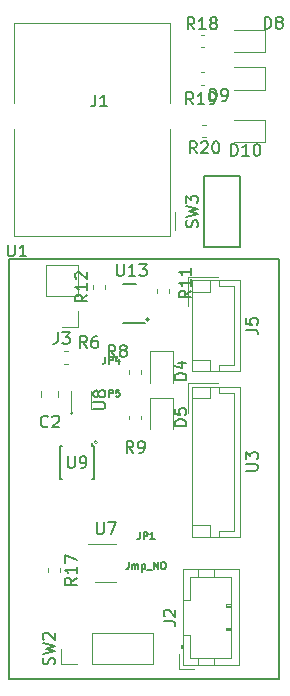
<source format=gbr>
G04 #@! TF.GenerationSoftware,KiCad,Pcbnew,(5.0.1)-rc2*
G04 #@! TF.CreationDate,2019-03-09T00:38:12-07:00*
G04 #@! TF.ProjectId,weatherStation,7765617468657253746174696F6E2E6B,rev?*
G04 #@! TF.SameCoordinates,Original*
G04 #@! TF.FileFunction,Legend,Top*
G04 #@! TF.FilePolarity,Positive*
%FSLAX46Y46*%
G04 Gerber Fmt 4.6, Leading zero omitted, Abs format (unit mm)*
G04 Created by KiCad (PCBNEW (5.0.1)-rc2) date 3/9/2019 12:38:12 AM*
%MOMM*%
%LPD*%
G01*
G04 APERTURE LIST*
%ADD10C,0.120000*%
%ADD11C,0.100000*%
%ADD12C,0.150000*%
%ADD13C,0.127000*%
G04 APERTURE END LIST*
D10*
G04 #@! TO.C,U3*
X113470000Y-83235000D02*
X109450000Y-83235000D01*
X109450000Y-83235000D02*
X109450000Y-95955000D01*
X109450000Y-95955000D02*
X113470000Y-95955000D01*
X113470000Y-95955000D02*
X113470000Y-83235000D01*
X111760000Y-83235000D02*
X111760000Y-83735000D01*
X111760000Y-83735000D02*
X112970000Y-83735000D01*
X112970000Y-83735000D02*
X112970000Y-95455000D01*
X112970000Y-95455000D02*
X111760000Y-95455000D01*
X111760000Y-95455000D02*
X111760000Y-95955000D01*
X110950000Y-83235000D02*
X110950000Y-84235000D01*
X110950000Y-84235000D02*
X109450000Y-84235000D01*
X110950000Y-95955000D02*
X110950000Y-94955000D01*
X110950000Y-94955000D02*
X109450000Y-94955000D01*
X111650000Y-82935000D02*
X109150000Y-82935000D01*
X109150000Y-82935000D02*
X109150000Y-85435000D01*
G04 #@! TO.C,C2*
X98119000Y-84127078D02*
X98119000Y-83609922D01*
X96699000Y-84127078D02*
X96699000Y-83609922D01*
G04 #@! TO.C,D4*
X107827999Y-82915000D02*
X107827999Y-80230000D01*
X107827999Y-80230000D02*
X105907999Y-80230000D01*
X105907999Y-80230000D02*
X105907999Y-82915000D01*
G04 #@! TO.C,D5*
X107827999Y-86852000D02*
X107827999Y-84167000D01*
X107827999Y-84167000D02*
X105907999Y-84167000D01*
X105907999Y-84167000D02*
X105907999Y-86852000D01*
G04 #@! TO.C,D8*
X115652500Y-53015000D02*
X112967500Y-53015000D01*
X115652500Y-54935000D02*
X115652500Y-53015000D01*
X112967500Y-54935000D02*
X115652500Y-54935000D01*
G04 #@! TO.C,D9*
X115652500Y-56190000D02*
X112967500Y-56190000D01*
X115652500Y-58110000D02*
X115652500Y-56190000D01*
X112967500Y-58110000D02*
X115652500Y-58110000D01*
G04 #@! TO.C,D10*
X112967500Y-62555000D02*
X115652500Y-62555000D01*
X115652500Y-62555000D02*
X115652500Y-60635000D01*
X115652500Y-60635000D02*
X112967500Y-60635000D01*
G04 #@! TO.C,J1*
X108040000Y-68445000D02*
X108040000Y-69975000D01*
X107570000Y-61425000D02*
X107570000Y-70445000D01*
D11*
X107570000Y-61495000D02*
X107570000Y-61425000D01*
D10*
X107570000Y-52445000D02*
X107570000Y-59225000D01*
X94370000Y-52445000D02*
X107570000Y-52445000D01*
D11*
X94370000Y-52455000D02*
X94370000Y-52445000D01*
D10*
X94370000Y-52445000D02*
X94370000Y-59225000D01*
D11*
X94370000Y-52565000D02*
X94370000Y-52445000D01*
D10*
X94370000Y-70445000D02*
X94370000Y-61425000D01*
X107570000Y-70445000D02*
X94370000Y-70445000D01*
G04 #@! TO.C,J2*
X108680000Y-106835000D02*
X113400000Y-106835000D01*
X113400000Y-106835000D02*
X113400000Y-98715000D01*
X113400000Y-98715000D02*
X108680000Y-98715000D01*
X108680000Y-98715000D02*
X108680000Y-106835000D01*
X108680000Y-105075000D02*
X108480000Y-105075000D01*
X108480000Y-105075000D02*
X108480000Y-105375000D01*
X108480000Y-105375000D02*
X108680000Y-105375000D01*
X108580000Y-105075000D02*
X108580000Y-105375000D01*
X108680000Y-104275000D02*
X109290000Y-104275000D01*
X109290000Y-104275000D02*
X109290000Y-106225000D01*
X109290000Y-106225000D02*
X112790000Y-106225000D01*
X112790000Y-106225000D02*
X112790000Y-99325000D01*
X112790000Y-99325000D02*
X109290000Y-99325000D01*
X109290000Y-99325000D02*
X109290000Y-101275000D01*
X109290000Y-101275000D02*
X108680000Y-101275000D01*
X109990000Y-106835000D02*
X109990000Y-106225000D01*
X111290000Y-106835000D02*
X111290000Y-106225000D01*
X109990000Y-98715000D02*
X109990000Y-99325000D01*
X111290000Y-98715000D02*
X111290000Y-99325000D01*
X112790000Y-103875000D02*
X112290000Y-103875000D01*
X112290000Y-103875000D02*
X112290000Y-103675000D01*
X112290000Y-103675000D02*
X112790000Y-103675000D01*
X112790000Y-103775000D02*
X112290000Y-103775000D01*
X112790000Y-101875000D02*
X112290000Y-101875000D01*
X112290000Y-101875000D02*
X112290000Y-101675000D01*
X112290000Y-101675000D02*
X112790000Y-101675000D01*
X112790000Y-101775000D02*
X112290000Y-101775000D01*
X108380000Y-105885000D02*
X108380000Y-107135000D01*
X108380000Y-107135000D02*
X109630000Y-107135000D01*
G04 #@! TO.C,J5*
X113470000Y-74225000D02*
X109450000Y-74225000D01*
X109450000Y-74225000D02*
X109450000Y-81945000D01*
X109450000Y-81945000D02*
X113470000Y-81945000D01*
X113470000Y-81945000D02*
X113470000Y-74225000D01*
X111760000Y-74225000D02*
X111760000Y-74725000D01*
X111760000Y-74725000D02*
X112970000Y-74725000D01*
X112970000Y-74725000D02*
X112970000Y-81445000D01*
X112970000Y-81445000D02*
X111760000Y-81445000D01*
X111760000Y-81445000D02*
X111760000Y-81945000D01*
X110950000Y-74225000D02*
X110950000Y-75225000D01*
X110950000Y-75225000D02*
X109450000Y-75225000D01*
X110950000Y-81945000D02*
X110950000Y-80945000D01*
X110950000Y-80945000D02*
X109450000Y-80945000D01*
X111650000Y-73925000D02*
X109150000Y-73925000D01*
X109150000Y-73925000D02*
X109150000Y-76425000D01*
G04 #@! TO.C,R6*
X98968779Y-80262000D02*
X98643221Y-80262000D01*
X98968779Y-81282000D02*
X98643221Y-81282000D01*
G04 #@! TO.C,R17*
X97280000Y-98617721D02*
X97280000Y-98943279D01*
X98300000Y-98617721D02*
X98300000Y-98943279D01*
G04 #@! TO.C,R18*
X110500279Y-54485000D02*
X110174721Y-54485000D01*
X110500279Y-53465000D02*
X110174721Y-53465000D01*
G04 #@! TO.C,R19*
X110174721Y-56640000D02*
X110500279Y-56640000D01*
X110174721Y-57660000D02*
X110500279Y-57660000D01*
G04 #@! TO.C,R20*
X110652779Y-61085000D02*
X110327221Y-61085000D01*
X110652779Y-62105000D02*
X110327221Y-62105000D01*
G04 #@! TO.C,SW2*
X106105000Y-106740000D02*
X106105000Y-104080000D01*
X100965000Y-106740000D02*
X106105000Y-106740000D01*
X100965000Y-104080000D02*
X106105000Y-104080000D01*
X100965000Y-106740000D02*
X100965000Y-104080000D01*
X99695000Y-106740000D02*
X98365000Y-106740000D01*
X98365000Y-106740000D02*
X98365000Y-105410000D01*
D12*
G04 #@! TO.C,SW3*
X110490000Y-65405000D02*
X110490000Y-71405000D01*
X110490000Y-71405000D02*
X113490000Y-71405000D01*
X113490000Y-71405000D02*
X113490000Y-65405000D01*
X113490000Y-65405000D02*
X110490000Y-65405000D01*
D10*
G04 #@! TO.C,U7*
X101251000Y-99781000D02*
X103051000Y-99781000D01*
X103051000Y-96561000D02*
X100601000Y-96561000D01*
G04 #@! TO.C,U8*
X100926000Y-85123000D02*
X100926000Y-83573000D01*
X99226000Y-85273000D02*
X99226000Y-83573000D01*
D12*
X99346711Y-85478000D02*
G75*
G03X99346711Y-85478000I-70711J0D01*
G01*
D11*
G04 #@! TO.C,U9*
X101436421Y-87962000D02*
G75*
G03X101436421Y-87962000I-141421J0D01*
G01*
D12*
X98245000Y-88262000D02*
X98445000Y-88262000D01*
X98245000Y-91062000D02*
X98445000Y-91062000D01*
X101145000Y-91062000D02*
X100945000Y-91062000D01*
X100945000Y-88262000D02*
X100945000Y-88012000D01*
X101145000Y-88262000D02*
X100945000Y-88262000D01*
X98245000Y-91062000D02*
X98245000Y-88262000D01*
X101145000Y-88262000D02*
X101145000Y-91062000D01*
G04 #@! TO.C,U13*
X105490000Y-77825000D02*
X103565000Y-77825000D01*
X104715000Y-74575000D02*
X103565000Y-74575000D01*
X105790000Y-77550000D02*
G75*
G03X105790000Y-77550000I-100000J0D01*
G01*
D10*
G04 #@! TO.C,J3*
X99755000Y-72965000D02*
X97095000Y-72965000D01*
X99755000Y-75565000D02*
X99755000Y-72965000D01*
X97095000Y-75565000D02*
X97095000Y-72965000D01*
X99755000Y-75565000D02*
X97095000Y-75565000D01*
X99755000Y-76835000D02*
X99755000Y-78165000D01*
X99755000Y-78165000D02*
X98425000Y-78165000D01*
G04 #@! TO.C,R8*
X105158000Y-81853721D02*
X105158000Y-82179279D01*
X104138000Y-81853721D02*
X104138000Y-82179279D01*
G04 #@! TO.C,R9*
X104138000Y-85689221D02*
X104138000Y-86014779D01*
X105158000Y-85689221D02*
X105158000Y-86014779D01*
G04 #@! TO.C,R11*
X107494800Y-75270479D02*
X107494800Y-74944921D01*
X106474800Y-75270479D02*
X106474800Y-74944921D01*
G04 #@! TO.C,R12*
X101039200Y-74965679D02*
X101039200Y-74640121D01*
X102059200Y-74965679D02*
X102059200Y-74640121D01*
D12*
G04 #@! TO.C,U1*
X93980000Y-72390000D02*
X93980000Y-107950000D01*
X93980000Y-107950000D02*
X116840000Y-107950000D01*
X116840000Y-107950000D02*
X116840000Y-72390000D01*
X116840000Y-72390000D02*
X93980000Y-72390000D01*
G04 #@! TO.C,U3*
X114012380Y-90356904D02*
X114821904Y-90356904D01*
X114917142Y-90309285D01*
X114964761Y-90261666D01*
X115012380Y-90166428D01*
X115012380Y-89975952D01*
X114964761Y-89880714D01*
X114917142Y-89833095D01*
X114821904Y-89785476D01*
X114012380Y-89785476D01*
X114012380Y-89404523D02*
X114012380Y-88785476D01*
X114393333Y-89118809D01*
X114393333Y-88975952D01*
X114440952Y-88880714D01*
X114488571Y-88833095D01*
X114583809Y-88785476D01*
X114821904Y-88785476D01*
X114917142Y-88833095D01*
X114964761Y-88880714D01*
X115012380Y-88975952D01*
X115012380Y-89261666D01*
X114964761Y-89356904D01*
X114917142Y-89404523D01*
G04 #@! TO.C,C2*
X97242333Y-86590142D02*
X97194714Y-86637761D01*
X97051857Y-86685380D01*
X96956619Y-86685380D01*
X96813761Y-86637761D01*
X96718523Y-86542523D01*
X96670904Y-86447285D01*
X96623285Y-86256809D01*
X96623285Y-86113952D01*
X96670904Y-85923476D01*
X96718523Y-85828238D01*
X96813761Y-85733000D01*
X96956619Y-85685380D01*
X97051857Y-85685380D01*
X97194714Y-85733000D01*
X97242333Y-85780619D01*
X97623285Y-85780619D02*
X97670904Y-85733000D01*
X97766142Y-85685380D01*
X98004238Y-85685380D01*
X98099476Y-85733000D01*
X98147095Y-85780619D01*
X98194714Y-85875857D01*
X98194714Y-85971095D01*
X98147095Y-86113952D01*
X97575666Y-86685380D01*
X98194714Y-86685380D01*
G04 #@! TO.C,D4*
X108970379Y-82653095D02*
X107970379Y-82653095D01*
X107970379Y-82415000D01*
X108017999Y-82272142D01*
X108113237Y-82176904D01*
X108208475Y-82129285D01*
X108398951Y-82081666D01*
X108541808Y-82081666D01*
X108732284Y-82129285D01*
X108827522Y-82176904D01*
X108922760Y-82272142D01*
X108970379Y-82415000D01*
X108970379Y-82653095D01*
X108303713Y-81224523D02*
X108970379Y-81224523D01*
X107922760Y-81462619D02*
X108637046Y-81700714D01*
X108637046Y-81081666D01*
G04 #@! TO.C,D5*
X108970379Y-86590095D02*
X107970379Y-86590095D01*
X107970379Y-86352000D01*
X108017999Y-86209142D01*
X108113237Y-86113904D01*
X108208475Y-86066285D01*
X108398951Y-86018666D01*
X108541808Y-86018666D01*
X108732284Y-86066285D01*
X108827522Y-86113904D01*
X108922760Y-86209142D01*
X108970379Y-86352000D01*
X108970379Y-86590095D01*
X107970379Y-85113904D02*
X107970379Y-85590095D01*
X108446570Y-85637714D01*
X108398951Y-85590095D01*
X108351332Y-85494857D01*
X108351332Y-85256761D01*
X108398951Y-85161523D01*
X108446570Y-85113904D01*
X108541808Y-85066285D01*
X108779903Y-85066285D01*
X108875141Y-85113904D01*
X108922760Y-85161523D01*
X108970379Y-85256761D01*
X108970379Y-85494857D01*
X108922760Y-85590095D01*
X108875141Y-85637714D01*
G04 #@! TO.C,D8*
X115593904Y-52928780D02*
X115593904Y-51928780D01*
X115832000Y-51928780D01*
X115974857Y-51976400D01*
X116070095Y-52071638D01*
X116117714Y-52166876D01*
X116165333Y-52357352D01*
X116165333Y-52500209D01*
X116117714Y-52690685D01*
X116070095Y-52785923D01*
X115974857Y-52881161D01*
X115832000Y-52928780D01*
X115593904Y-52928780D01*
X116736761Y-52357352D02*
X116641523Y-52309733D01*
X116593904Y-52262114D01*
X116546285Y-52166876D01*
X116546285Y-52119257D01*
X116593904Y-52024019D01*
X116641523Y-51976400D01*
X116736761Y-51928780D01*
X116927238Y-51928780D01*
X117022476Y-51976400D01*
X117070095Y-52024019D01*
X117117714Y-52119257D01*
X117117714Y-52166876D01*
X117070095Y-52262114D01*
X117022476Y-52309733D01*
X116927238Y-52357352D01*
X116736761Y-52357352D01*
X116641523Y-52404971D01*
X116593904Y-52452590D01*
X116546285Y-52547828D01*
X116546285Y-52738304D01*
X116593904Y-52833542D01*
X116641523Y-52881161D01*
X116736761Y-52928780D01*
X116927238Y-52928780D01*
X117022476Y-52881161D01*
X117070095Y-52833542D01*
X117117714Y-52738304D01*
X117117714Y-52547828D01*
X117070095Y-52452590D01*
X117022476Y-52404971D01*
X116927238Y-52357352D01*
G04 #@! TO.C,D9*
X110966504Y-59024780D02*
X110966504Y-58024780D01*
X111204600Y-58024780D01*
X111347457Y-58072400D01*
X111442695Y-58167638D01*
X111490314Y-58262876D01*
X111537933Y-58453352D01*
X111537933Y-58596209D01*
X111490314Y-58786685D01*
X111442695Y-58881923D01*
X111347457Y-58977161D01*
X111204600Y-59024780D01*
X110966504Y-59024780D01*
X112014123Y-59024780D02*
X112204600Y-59024780D01*
X112299838Y-58977161D01*
X112347457Y-58929542D01*
X112442695Y-58786685D01*
X112490314Y-58596209D01*
X112490314Y-58215257D01*
X112442695Y-58120019D01*
X112395076Y-58072400D01*
X112299838Y-58024780D01*
X112109361Y-58024780D01*
X112014123Y-58072400D01*
X111966504Y-58120019D01*
X111918885Y-58215257D01*
X111918885Y-58453352D01*
X111966504Y-58548590D01*
X112014123Y-58596209D01*
X112109361Y-58643828D01*
X112299838Y-58643828D01*
X112395076Y-58596209D01*
X112442695Y-58548590D01*
X112490314Y-58453352D01*
G04 #@! TO.C,D10*
X112753214Y-63697380D02*
X112753214Y-62697380D01*
X112991309Y-62697380D01*
X113134166Y-62745000D01*
X113229404Y-62840238D01*
X113277023Y-62935476D01*
X113324642Y-63125952D01*
X113324642Y-63268809D01*
X113277023Y-63459285D01*
X113229404Y-63554523D01*
X113134166Y-63649761D01*
X112991309Y-63697380D01*
X112753214Y-63697380D01*
X114277023Y-63697380D02*
X113705595Y-63697380D01*
X113991309Y-63697380D02*
X113991309Y-62697380D01*
X113896071Y-62840238D01*
X113800833Y-62935476D01*
X113705595Y-62983095D01*
X114896071Y-62697380D02*
X114991309Y-62697380D01*
X115086547Y-62745000D01*
X115134166Y-62792619D01*
X115181785Y-62887857D01*
X115229404Y-63078333D01*
X115229404Y-63316428D01*
X115181785Y-63506904D01*
X115134166Y-63602142D01*
X115086547Y-63649761D01*
X114991309Y-63697380D01*
X114896071Y-63697380D01*
X114800833Y-63649761D01*
X114753214Y-63602142D01*
X114705595Y-63506904D01*
X114657976Y-63316428D01*
X114657976Y-63078333D01*
X114705595Y-62887857D01*
X114753214Y-62792619D01*
X114800833Y-62745000D01*
X114896071Y-62697380D01*
G04 #@! TO.C,J1*
X101266666Y-58507380D02*
X101266666Y-59221666D01*
X101219047Y-59364523D01*
X101123809Y-59459761D01*
X100980952Y-59507380D01*
X100885714Y-59507380D01*
X102266666Y-59507380D02*
X101695238Y-59507380D01*
X101980952Y-59507380D02*
X101980952Y-58507380D01*
X101885714Y-58650238D01*
X101790476Y-58745476D01*
X101695238Y-58793095D01*
G04 #@! TO.C,J2*
X107042380Y-103108333D02*
X107756666Y-103108333D01*
X107899523Y-103155952D01*
X107994761Y-103251190D01*
X108042380Y-103394047D01*
X108042380Y-103489285D01*
X107137619Y-102679761D02*
X107090000Y-102632142D01*
X107042380Y-102536904D01*
X107042380Y-102298809D01*
X107090000Y-102203571D01*
X107137619Y-102155952D01*
X107232857Y-102108333D01*
X107328095Y-102108333D01*
X107470952Y-102155952D01*
X108042380Y-102727380D01*
X108042380Y-102108333D01*
G04 #@! TO.C,J5*
X114012380Y-78418333D02*
X114726666Y-78418333D01*
X114869523Y-78465952D01*
X114964761Y-78561190D01*
X115012380Y-78704047D01*
X115012380Y-78799285D01*
X114012380Y-77465952D02*
X114012380Y-77942142D01*
X114488571Y-77989761D01*
X114440952Y-77942142D01*
X114393333Y-77846904D01*
X114393333Y-77608809D01*
X114440952Y-77513571D01*
X114488571Y-77465952D01*
X114583809Y-77418333D01*
X114821904Y-77418333D01*
X114917142Y-77465952D01*
X114964761Y-77513571D01*
X115012380Y-77608809D01*
X115012380Y-77846904D01*
X114964761Y-77942142D01*
X114917142Y-77989761D01*
G04 #@! TO.C,JP1*
D13*
X105054400Y-95551171D02*
X105054400Y-95986600D01*
X105025371Y-96073685D01*
X104967314Y-96131742D01*
X104880228Y-96160771D01*
X104822171Y-96160771D01*
X105344685Y-96160771D02*
X105344685Y-95551171D01*
X105576914Y-95551171D01*
X105634971Y-95580200D01*
X105664000Y-95609228D01*
X105693028Y-95667285D01*
X105693028Y-95754371D01*
X105664000Y-95812428D01*
X105634971Y-95841457D01*
X105576914Y-95870485D01*
X105344685Y-95870485D01*
X106273600Y-96160771D02*
X105925257Y-96160771D01*
X106099428Y-96160771D02*
X106099428Y-95551171D01*
X106041371Y-95638257D01*
X105983314Y-95696314D01*
X105925257Y-95725342D01*
X104096457Y-98091171D02*
X104096457Y-98526600D01*
X104067428Y-98613685D01*
X104009371Y-98671742D01*
X103922285Y-98700771D01*
X103864228Y-98700771D01*
X104386742Y-98700771D02*
X104386742Y-98294371D01*
X104386742Y-98352428D02*
X104415771Y-98323400D01*
X104473828Y-98294371D01*
X104560914Y-98294371D01*
X104618971Y-98323400D01*
X104648000Y-98381457D01*
X104648000Y-98700771D01*
X104648000Y-98381457D02*
X104677028Y-98323400D01*
X104735085Y-98294371D01*
X104822171Y-98294371D01*
X104880228Y-98323400D01*
X104909257Y-98381457D01*
X104909257Y-98700771D01*
X105199542Y-98294371D02*
X105199542Y-98903971D01*
X105199542Y-98323400D02*
X105257600Y-98294371D01*
X105373714Y-98294371D01*
X105431771Y-98323400D01*
X105460800Y-98352428D01*
X105489828Y-98410485D01*
X105489828Y-98584657D01*
X105460800Y-98642714D01*
X105431771Y-98671742D01*
X105373714Y-98700771D01*
X105257600Y-98700771D01*
X105199542Y-98671742D01*
X105605942Y-98758828D02*
X106070400Y-98758828D01*
X106215542Y-98700771D02*
X106215542Y-98091171D01*
X106563885Y-98700771D01*
X106563885Y-98091171D01*
X106970285Y-98091171D02*
X107086400Y-98091171D01*
X107144457Y-98120200D01*
X107202514Y-98178257D01*
X107231542Y-98294371D01*
X107231542Y-98497571D01*
X107202514Y-98613685D01*
X107144457Y-98671742D01*
X107086400Y-98700771D01*
X106970285Y-98700771D01*
X106912228Y-98671742D01*
X106854171Y-98613685D01*
X106825142Y-98497571D01*
X106825142Y-98294371D01*
X106854171Y-98178257D01*
X106912228Y-98120200D01*
X106970285Y-98091171D01*
G04 #@! TO.C,R6*
D12*
X100544333Y-79954380D02*
X100211000Y-79478190D01*
X99972904Y-79954380D02*
X99972904Y-78954380D01*
X100353857Y-78954380D01*
X100449095Y-79002000D01*
X100496714Y-79049619D01*
X100544333Y-79144857D01*
X100544333Y-79287714D01*
X100496714Y-79382952D01*
X100449095Y-79430571D01*
X100353857Y-79478190D01*
X99972904Y-79478190D01*
X101401476Y-78954380D02*
X101211000Y-78954380D01*
X101115761Y-79002000D01*
X101068142Y-79049619D01*
X100972904Y-79192476D01*
X100925285Y-79382952D01*
X100925285Y-79763904D01*
X100972904Y-79859142D01*
X101020523Y-79906761D01*
X101115761Y-79954380D01*
X101306238Y-79954380D01*
X101401476Y-79906761D01*
X101449095Y-79859142D01*
X101496714Y-79763904D01*
X101496714Y-79525809D01*
X101449095Y-79430571D01*
X101401476Y-79382952D01*
X101306238Y-79335333D01*
X101115761Y-79335333D01*
X101020523Y-79382952D01*
X100972904Y-79430571D01*
X100925285Y-79525809D01*
G04 #@! TO.C,R17*
X99672380Y-99423357D02*
X99196190Y-99756690D01*
X99672380Y-99994785D02*
X98672380Y-99994785D01*
X98672380Y-99613833D01*
X98720000Y-99518595D01*
X98767619Y-99470976D01*
X98862857Y-99423357D01*
X99005714Y-99423357D01*
X99100952Y-99470976D01*
X99148571Y-99518595D01*
X99196190Y-99613833D01*
X99196190Y-99994785D01*
X99672380Y-98470976D02*
X99672380Y-99042404D01*
X99672380Y-98756690D02*
X98672380Y-98756690D01*
X98815238Y-98851928D01*
X98910476Y-98947166D01*
X98958095Y-99042404D01*
X98672380Y-98137642D02*
X98672380Y-97470976D01*
X99672380Y-97899547D01*
G04 #@! TO.C,R18*
X109643942Y-52979580D02*
X109310609Y-52503390D01*
X109072514Y-52979580D02*
X109072514Y-51979580D01*
X109453466Y-51979580D01*
X109548704Y-52027200D01*
X109596323Y-52074819D01*
X109643942Y-52170057D01*
X109643942Y-52312914D01*
X109596323Y-52408152D01*
X109548704Y-52455771D01*
X109453466Y-52503390D01*
X109072514Y-52503390D01*
X110596323Y-52979580D02*
X110024895Y-52979580D01*
X110310609Y-52979580D02*
X110310609Y-51979580D01*
X110215371Y-52122438D01*
X110120133Y-52217676D01*
X110024895Y-52265295D01*
X111167752Y-52408152D02*
X111072514Y-52360533D01*
X111024895Y-52312914D01*
X110977276Y-52217676D01*
X110977276Y-52170057D01*
X111024895Y-52074819D01*
X111072514Y-52027200D01*
X111167752Y-51979580D01*
X111358228Y-51979580D01*
X111453466Y-52027200D01*
X111501085Y-52074819D01*
X111548704Y-52170057D01*
X111548704Y-52217676D01*
X111501085Y-52312914D01*
X111453466Y-52360533D01*
X111358228Y-52408152D01*
X111167752Y-52408152D01*
X111072514Y-52455771D01*
X111024895Y-52503390D01*
X110977276Y-52598628D01*
X110977276Y-52789104D01*
X111024895Y-52884342D01*
X111072514Y-52931961D01*
X111167752Y-52979580D01*
X111358228Y-52979580D01*
X111453466Y-52931961D01*
X111501085Y-52884342D01*
X111548704Y-52789104D01*
X111548704Y-52598628D01*
X111501085Y-52503390D01*
X111453466Y-52455771D01*
X111358228Y-52408152D01*
G04 #@! TO.C,R19*
X109542342Y-59329580D02*
X109209009Y-58853390D01*
X108970914Y-59329580D02*
X108970914Y-58329580D01*
X109351866Y-58329580D01*
X109447104Y-58377200D01*
X109494723Y-58424819D01*
X109542342Y-58520057D01*
X109542342Y-58662914D01*
X109494723Y-58758152D01*
X109447104Y-58805771D01*
X109351866Y-58853390D01*
X108970914Y-58853390D01*
X110494723Y-59329580D02*
X109923295Y-59329580D01*
X110209009Y-59329580D02*
X110209009Y-58329580D01*
X110113771Y-58472438D01*
X110018533Y-58567676D01*
X109923295Y-58615295D01*
X110970914Y-59329580D02*
X111161390Y-59329580D01*
X111256628Y-59281961D01*
X111304247Y-59234342D01*
X111399485Y-59091485D01*
X111447104Y-58901009D01*
X111447104Y-58520057D01*
X111399485Y-58424819D01*
X111351866Y-58377200D01*
X111256628Y-58329580D01*
X111066152Y-58329580D01*
X110970914Y-58377200D01*
X110923295Y-58424819D01*
X110875676Y-58520057D01*
X110875676Y-58758152D01*
X110923295Y-58853390D01*
X110970914Y-58901009D01*
X111066152Y-58948628D01*
X111256628Y-58948628D01*
X111351866Y-58901009D01*
X111399485Y-58853390D01*
X111447104Y-58758152D01*
G04 #@! TO.C,R20*
X109847142Y-63477380D02*
X109513809Y-63001190D01*
X109275714Y-63477380D02*
X109275714Y-62477380D01*
X109656666Y-62477380D01*
X109751904Y-62525000D01*
X109799523Y-62572619D01*
X109847142Y-62667857D01*
X109847142Y-62810714D01*
X109799523Y-62905952D01*
X109751904Y-62953571D01*
X109656666Y-63001190D01*
X109275714Y-63001190D01*
X110228095Y-62572619D02*
X110275714Y-62525000D01*
X110370952Y-62477380D01*
X110609047Y-62477380D01*
X110704285Y-62525000D01*
X110751904Y-62572619D01*
X110799523Y-62667857D01*
X110799523Y-62763095D01*
X110751904Y-62905952D01*
X110180476Y-63477380D01*
X110799523Y-63477380D01*
X111418571Y-62477380D02*
X111513809Y-62477380D01*
X111609047Y-62525000D01*
X111656666Y-62572619D01*
X111704285Y-62667857D01*
X111751904Y-62858333D01*
X111751904Y-63096428D01*
X111704285Y-63286904D01*
X111656666Y-63382142D01*
X111609047Y-63429761D01*
X111513809Y-63477380D01*
X111418571Y-63477380D01*
X111323333Y-63429761D01*
X111275714Y-63382142D01*
X111228095Y-63286904D01*
X111180476Y-63096428D01*
X111180476Y-62858333D01*
X111228095Y-62667857D01*
X111275714Y-62572619D01*
X111323333Y-62525000D01*
X111418571Y-62477380D01*
G04 #@! TO.C,SW2*
X97769761Y-106743333D02*
X97817380Y-106600476D01*
X97817380Y-106362380D01*
X97769761Y-106267142D01*
X97722142Y-106219523D01*
X97626904Y-106171904D01*
X97531666Y-106171904D01*
X97436428Y-106219523D01*
X97388809Y-106267142D01*
X97341190Y-106362380D01*
X97293571Y-106552857D01*
X97245952Y-106648095D01*
X97198333Y-106695714D01*
X97103095Y-106743333D01*
X97007857Y-106743333D01*
X96912619Y-106695714D01*
X96865000Y-106648095D01*
X96817380Y-106552857D01*
X96817380Y-106314761D01*
X96865000Y-106171904D01*
X96817380Y-105838571D02*
X97817380Y-105600476D01*
X97103095Y-105410000D01*
X97817380Y-105219523D01*
X96817380Y-104981428D01*
X96912619Y-104648095D02*
X96865000Y-104600476D01*
X96817380Y-104505238D01*
X96817380Y-104267142D01*
X96865000Y-104171904D01*
X96912619Y-104124285D01*
X97007857Y-104076666D01*
X97103095Y-104076666D01*
X97245952Y-104124285D01*
X97817380Y-104695714D01*
X97817380Y-104076666D01*
G04 #@! TO.C,SW3*
X109894761Y-69738333D02*
X109942380Y-69595476D01*
X109942380Y-69357380D01*
X109894761Y-69262142D01*
X109847142Y-69214523D01*
X109751904Y-69166904D01*
X109656666Y-69166904D01*
X109561428Y-69214523D01*
X109513809Y-69262142D01*
X109466190Y-69357380D01*
X109418571Y-69547857D01*
X109370952Y-69643095D01*
X109323333Y-69690714D01*
X109228095Y-69738333D01*
X109132857Y-69738333D01*
X109037619Y-69690714D01*
X108990000Y-69643095D01*
X108942380Y-69547857D01*
X108942380Y-69309761D01*
X108990000Y-69166904D01*
X108942380Y-68833571D02*
X109942380Y-68595476D01*
X109228095Y-68405000D01*
X109942380Y-68214523D01*
X108942380Y-67976428D01*
X108942380Y-67690714D02*
X108942380Y-67071666D01*
X109323333Y-67405000D01*
X109323333Y-67262142D01*
X109370952Y-67166904D01*
X109418571Y-67119285D01*
X109513809Y-67071666D01*
X109751904Y-67071666D01*
X109847142Y-67119285D01*
X109894761Y-67166904D01*
X109942380Y-67262142D01*
X109942380Y-67547857D01*
X109894761Y-67643095D01*
X109847142Y-67690714D01*
G04 #@! TO.C,U7*
X101389095Y-94723380D02*
X101389095Y-95532904D01*
X101436714Y-95628142D01*
X101484333Y-95675761D01*
X101579571Y-95723380D01*
X101770047Y-95723380D01*
X101865285Y-95675761D01*
X101912904Y-95628142D01*
X101960523Y-95532904D01*
X101960523Y-94723380D01*
X102341476Y-94723380D02*
X103008142Y-94723380D01*
X102579571Y-95723380D01*
G04 #@! TO.C,U8*
X101098100Y-85128004D02*
X101907624Y-85128004D01*
X102002862Y-85080385D01*
X102050481Y-85032766D01*
X102098100Y-84937528D01*
X102098100Y-84747052D01*
X102050481Y-84651814D01*
X102002862Y-84604195D01*
X101907624Y-84556576D01*
X101098100Y-84556576D01*
X101526672Y-83937528D02*
X101479053Y-84032766D01*
X101431434Y-84080385D01*
X101336196Y-84128004D01*
X101288577Y-84128004D01*
X101193339Y-84080385D01*
X101145720Y-84032766D01*
X101098100Y-83937528D01*
X101098100Y-83747052D01*
X101145720Y-83651814D01*
X101193339Y-83604195D01*
X101288577Y-83556576D01*
X101336196Y-83556576D01*
X101431434Y-83604195D01*
X101479053Y-83651814D01*
X101526672Y-83747052D01*
X101526672Y-83937528D01*
X101574291Y-84032766D01*
X101621910Y-84080385D01*
X101717148Y-84128004D01*
X101907624Y-84128004D01*
X102002862Y-84080385D01*
X102050481Y-84032766D01*
X102098100Y-83937528D01*
X102098100Y-83747052D01*
X102050481Y-83651814D01*
X102002862Y-83604195D01*
X101907624Y-83556576D01*
X101717148Y-83556576D01*
X101621910Y-83604195D01*
X101574291Y-83651814D01*
X101526672Y-83747052D01*
G04 #@! TO.C,U9*
X98933095Y-89114380D02*
X98933095Y-89923904D01*
X98980714Y-90019142D01*
X99028333Y-90066761D01*
X99123571Y-90114380D01*
X99314047Y-90114380D01*
X99409285Y-90066761D01*
X99456904Y-90019142D01*
X99504523Y-89923904D01*
X99504523Y-89114380D01*
X100028333Y-90114380D02*
X100218809Y-90114380D01*
X100314047Y-90066761D01*
X100361666Y-90019142D01*
X100456904Y-89876285D01*
X100504523Y-89685809D01*
X100504523Y-89304857D01*
X100456904Y-89209619D01*
X100409285Y-89162000D01*
X100314047Y-89114380D01*
X100123571Y-89114380D01*
X100028333Y-89162000D01*
X99980714Y-89209619D01*
X99933095Y-89304857D01*
X99933095Y-89542952D01*
X99980714Y-89638190D01*
X100028333Y-89685809D01*
X100123571Y-89733428D01*
X100314047Y-89733428D01*
X100409285Y-89685809D01*
X100456904Y-89638190D01*
X100504523Y-89542952D01*
G04 #@! TO.C,U13*
X103089864Y-72863360D02*
X103089864Y-73672884D01*
X103137483Y-73768122D01*
X103185102Y-73815741D01*
X103280340Y-73863360D01*
X103470817Y-73863360D01*
X103566055Y-73815741D01*
X103613674Y-73768122D01*
X103661293Y-73672884D01*
X103661293Y-72863360D01*
X104661293Y-73863360D02*
X104089864Y-73863360D01*
X104375579Y-73863360D02*
X104375579Y-72863360D01*
X104280340Y-73006218D01*
X104185102Y-73101456D01*
X104089864Y-73149075D01*
X104994626Y-72863360D02*
X105613674Y-72863360D01*
X105280340Y-73244313D01*
X105423198Y-73244313D01*
X105518436Y-73291932D01*
X105566055Y-73339551D01*
X105613674Y-73434789D01*
X105613674Y-73672884D01*
X105566055Y-73768122D01*
X105518436Y-73815741D01*
X105423198Y-73863360D01*
X105137483Y-73863360D01*
X105042245Y-73815741D01*
X104994626Y-73768122D01*
G04 #@! TO.C,J3*
X98091666Y-78617380D02*
X98091666Y-79331666D01*
X98044047Y-79474523D01*
X97948809Y-79569761D01*
X97805952Y-79617380D01*
X97710714Y-79617380D01*
X98472619Y-78617380D02*
X99091666Y-78617380D01*
X98758333Y-78998333D01*
X98901190Y-78998333D01*
X98996428Y-79045952D01*
X99044047Y-79093571D01*
X99091666Y-79188809D01*
X99091666Y-79426904D01*
X99044047Y-79522142D01*
X98996428Y-79569761D01*
X98901190Y-79617380D01*
X98615476Y-79617380D01*
X98520238Y-79569761D01*
X98472619Y-79522142D01*
G04 #@! TO.C,R8*
X102957333Y-80716380D02*
X102624000Y-80240190D01*
X102385904Y-80716380D02*
X102385904Y-79716380D01*
X102766857Y-79716380D01*
X102862095Y-79764000D01*
X102909714Y-79811619D01*
X102957333Y-79906857D01*
X102957333Y-80049714D01*
X102909714Y-80144952D01*
X102862095Y-80192571D01*
X102766857Y-80240190D01*
X102385904Y-80240190D01*
X103528761Y-80144952D02*
X103433523Y-80097333D01*
X103385904Y-80049714D01*
X103338285Y-79954476D01*
X103338285Y-79906857D01*
X103385904Y-79811619D01*
X103433523Y-79764000D01*
X103528761Y-79716380D01*
X103719238Y-79716380D01*
X103814476Y-79764000D01*
X103862095Y-79811619D01*
X103909714Y-79906857D01*
X103909714Y-79954476D01*
X103862095Y-80049714D01*
X103814476Y-80097333D01*
X103719238Y-80144952D01*
X103528761Y-80144952D01*
X103433523Y-80192571D01*
X103385904Y-80240190D01*
X103338285Y-80335428D01*
X103338285Y-80525904D01*
X103385904Y-80621142D01*
X103433523Y-80668761D01*
X103528761Y-80716380D01*
X103719238Y-80716380D01*
X103814476Y-80668761D01*
X103862095Y-80621142D01*
X103909714Y-80525904D01*
X103909714Y-80335428D01*
X103862095Y-80240190D01*
X103814476Y-80192571D01*
X103719238Y-80144952D01*
G04 #@! TO.C,R9*
X104481333Y-88844380D02*
X104148000Y-88368190D01*
X103909904Y-88844380D02*
X103909904Y-87844380D01*
X104290857Y-87844380D01*
X104386095Y-87892000D01*
X104433714Y-87939619D01*
X104481333Y-88034857D01*
X104481333Y-88177714D01*
X104433714Y-88272952D01*
X104386095Y-88320571D01*
X104290857Y-88368190D01*
X103909904Y-88368190D01*
X104957523Y-88844380D02*
X105148000Y-88844380D01*
X105243238Y-88796761D01*
X105290857Y-88749142D01*
X105386095Y-88606285D01*
X105433714Y-88415809D01*
X105433714Y-88034857D01*
X105386095Y-87939619D01*
X105338476Y-87892000D01*
X105243238Y-87844380D01*
X105052761Y-87844380D01*
X104957523Y-87892000D01*
X104909904Y-87939619D01*
X104862285Y-88034857D01*
X104862285Y-88272952D01*
X104909904Y-88368190D01*
X104957523Y-88415809D01*
X105052761Y-88463428D01*
X105243238Y-88463428D01*
X105338476Y-88415809D01*
X105386095Y-88368190D01*
X105433714Y-88272952D01*
G04 #@! TO.C,R11*
X109342180Y-75115557D02*
X108865990Y-75448890D01*
X109342180Y-75686985D02*
X108342180Y-75686985D01*
X108342180Y-75306033D01*
X108389800Y-75210795D01*
X108437419Y-75163176D01*
X108532657Y-75115557D01*
X108675514Y-75115557D01*
X108770752Y-75163176D01*
X108818371Y-75210795D01*
X108865990Y-75306033D01*
X108865990Y-75686985D01*
X109342180Y-74163176D02*
X109342180Y-74734604D01*
X109342180Y-74448890D02*
X108342180Y-74448890D01*
X108485038Y-74544128D01*
X108580276Y-74639366D01*
X108627895Y-74734604D01*
X109342180Y-73210795D02*
X109342180Y-73782223D01*
X109342180Y-73496509D02*
X108342180Y-73496509D01*
X108485038Y-73591747D01*
X108580276Y-73686985D01*
X108627895Y-73782223D01*
G04 #@! TO.C,R12*
X100571580Y-75445757D02*
X100095390Y-75779090D01*
X100571580Y-76017185D02*
X99571580Y-76017185D01*
X99571580Y-75636233D01*
X99619200Y-75540995D01*
X99666819Y-75493376D01*
X99762057Y-75445757D01*
X99904914Y-75445757D01*
X100000152Y-75493376D01*
X100047771Y-75540995D01*
X100095390Y-75636233D01*
X100095390Y-76017185D01*
X100571580Y-74493376D02*
X100571580Y-75064804D01*
X100571580Y-74779090D02*
X99571580Y-74779090D01*
X99714438Y-74874328D01*
X99809676Y-74969566D01*
X99857295Y-75064804D01*
X99666819Y-74112423D02*
X99619200Y-74064804D01*
X99571580Y-73969566D01*
X99571580Y-73731471D01*
X99619200Y-73636233D01*
X99666819Y-73588614D01*
X99762057Y-73540995D01*
X99857295Y-73540995D01*
X100000152Y-73588614D01*
X100571580Y-74160042D01*
X100571580Y-73540995D01*
G04 #@! TO.C,JP4*
D13*
X102108000Y-80692171D02*
X102108000Y-81127600D01*
X102078971Y-81214685D01*
X102020914Y-81272742D01*
X101933828Y-81301771D01*
X101875771Y-81301771D01*
X102398285Y-81301771D02*
X102398285Y-80692171D01*
X102630514Y-80692171D01*
X102688571Y-80721200D01*
X102717600Y-80750228D01*
X102746628Y-80808285D01*
X102746628Y-80895371D01*
X102717600Y-80953428D01*
X102688571Y-80982457D01*
X102630514Y-81011485D01*
X102398285Y-81011485D01*
X103269142Y-80895371D02*
X103269142Y-81301771D01*
X103124000Y-80663142D02*
X102978857Y-81098571D01*
X103356228Y-81098571D01*
G04 #@! TO.C,JP5*
X102108000Y-83486171D02*
X102108000Y-83921600D01*
X102078971Y-84008685D01*
X102020914Y-84066742D01*
X101933828Y-84095771D01*
X101875771Y-84095771D01*
X102398285Y-84095771D02*
X102398285Y-83486171D01*
X102630514Y-83486171D01*
X102688571Y-83515200D01*
X102717600Y-83544228D01*
X102746628Y-83602285D01*
X102746628Y-83689371D01*
X102717600Y-83747428D01*
X102688571Y-83776457D01*
X102630514Y-83805485D01*
X102398285Y-83805485D01*
X103298171Y-83486171D02*
X103007885Y-83486171D01*
X102978857Y-83776457D01*
X103007885Y-83747428D01*
X103065942Y-83718400D01*
X103211085Y-83718400D01*
X103269142Y-83747428D01*
X103298171Y-83776457D01*
X103327200Y-83834514D01*
X103327200Y-83979657D01*
X103298171Y-84037714D01*
X103269142Y-84066742D01*
X103211085Y-84095771D01*
X103065942Y-84095771D01*
X103007885Y-84066742D01*
X102978857Y-84037714D01*
G04 #@! TO.C,U1*
D12*
X93853095Y-71207380D02*
X93853095Y-72016904D01*
X93900714Y-72112142D01*
X93948333Y-72159761D01*
X94043571Y-72207380D01*
X94234047Y-72207380D01*
X94329285Y-72159761D01*
X94376904Y-72112142D01*
X94424523Y-72016904D01*
X94424523Y-71207380D01*
X95424523Y-72207380D02*
X94853095Y-72207380D01*
X95138809Y-72207380D02*
X95138809Y-71207380D01*
X95043571Y-71350238D01*
X94948333Y-71445476D01*
X94853095Y-71493095D01*
G04 #@! TD*
M02*

</source>
